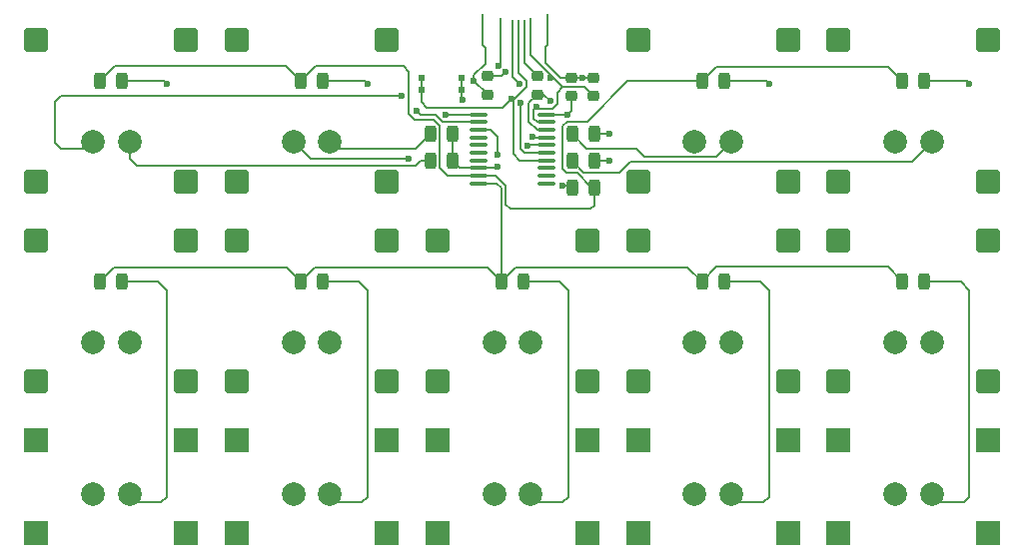
<source format=gbr>
%TF.GenerationSoftware,KiCad,Pcbnew,9.0.6*%
%TF.CreationDate,2025-12-18T00:43:41-05:00*%
%TF.ProjectId,secret-santa-2025,73656372-6574-42d7-9361-6e74612d3230,rev?*%
%TF.SameCoordinates,Original*%
%TF.FileFunction,Copper,L1,Top*%
%TF.FilePolarity,Positive*%
%FSLAX46Y46*%
G04 Gerber Fmt 4.6, Leading zero omitted, Abs format (unit mm)*
G04 Created by KiCad (PCBNEW 9.0.6) date 2025-12-18 00:43:41*
%MOMM*%
%LPD*%
G01*
G04 APERTURE LIST*
G04 Aperture macros list*
%AMRoundRect*
0 Rectangle with rounded corners*
0 $1 Rounding radius*
0 $2 $3 $4 $5 $6 $7 $8 $9 X,Y pos of 4 corners*
0 Add a 4 corners polygon primitive as box body*
4,1,4,$2,$3,$4,$5,$6,$7,$8,$9,$2,$3,0*
0 Add four circle primitives for the rounded corners*
1,1,$1+$1,$2,$3*
1,1,$1+$1,$4,$5*
1,1,$1+$1,$6,$7*
1,1,$1+$1,$8,$9*
0 Add four rect primitives between the rounded corners*
20,1,$1+$1,$2,$3,$4,$5,0*
20,1,$1+$1,$4,$5,$6,$7,0*
20,1,$1+$1,$6,$7,$8,$9,0*
20,1,$1+$1,$8,$9,$2,$3,0*%
G04 Aperture macros list end*
%TA.AperFunction,SMDPad,CuDef*%
%ADD10RoundRect,0.243750X-0.243750X-0.456250X0.243750X-0.456250X0.243750X0.456250X-0.243750X0.456250X0*%
%TD*%
%TA.AperFunction,CastellatedPad*%
%ADD11C,2.000000*%
%TD*%
%TA.AperFunction,SMDPad,CuDef*%
%ADD12R,2.000000X2.000000*%
%TD*%
%TA.AperFunction,SMDPad,CuDef*%
%ADD13RoundRect,0.243750X0.243750X0.456250X-0.243750X0.456250X-0.243750X-0.456250X0.243750X-0.456250X0*%
%TD*%
%TA.AperFunction,SMDPad,CuDef*%
%ADD14RoundRect,0.250000X-0.750000X-0.750000X0.750000X-0.750000X0.750000X0.750000X-0.750000X0.750000X0*%
%TD*%
%TA.AperFunction,SMDPad,CuDef*%
%ADD15R,0.250000X2.400000*%
%TD*%
%TA.AperFunction,SMDPad,CuDef*%
%ADD16R,0.250000X2.050000*%
%TD*%
%TA.AperFunction,SMDPad,CuDef*%
%ADD17R,0.250000X1.850000*%
%TD*%
%TA.AperFunction,SMDPad,CuDef*%
%ADD18RoundRect,0.225000X0.250000X-0.225000X0.250000X0.225000X-0.250000X0.225000X-0.250000X-0.225000X0*%
%TD*%
%TA.AperFunction,SMDPad,CuDef*%
%ADD19R,0.550000X0.500000*%
%TD*%
%TA.AperFunction,SMDPad,CuDef*%
%ADD20RoundRect,0.225000X-0.250000X0.225000X-0.250000X-0.225000X0.250000X-0.225000X0.250000X0.225000X0*%
%TD*%
%TA.AperFunction,SMDPad,CuDef*%
%ADD21RoundRect,0.100000X-0.637500X-0.100000X0.637500X-0.100000X0.637500X0.100000X-0.637500X0.100000X0*%
%TD*%
%TA.AperFunction,ViaPad*%
%ADD22C,0.600000*%
%TD*%
%TA.AperFunction,Conductor*%
%ADD23C,0.200000*%
%TD*%
G04 APERTURE END LIST*
D10*
%TO.P,D6,1,K*%
%TO.N,/RANG1*%
X79812500Y-61250000D03*
%TO.P,D6,2,A*%
%TO.N,Net-(D6-A)*%
X81687500Y-61250000D03*
%TD*%
D11*
%TO.P,SW13,1*%
%TO.N,/COL3*%
X113200000Y-96325000D03*
%TO.P,SW13,2*%
%TO.N,Net-(D13-A)*%
X116300000Y-96325000D03*
D12*
%TO.P,SW13,3*%
%TO.N,N/C*%
X108400000Y-91675000D03*
X108400000Y-99575000D03*
X121100000Y-91675000D03*
X121100000Y-99575000D03*
%TD*%
D11*
%TO.P,SW11,1*%
%TO.N,/COL1*%
X79200000Y-96325000D03*
%TO.P,SW11,2*%
%TO.N,Net-(D11-A)*%
X82300000Y-96325000D03*
D12*
%TO.P,SW11,3*%
%TO.N,N/C*%
X74400000Y-91675000D03*
X74400000Y-99575000D03*
X87100000Y-91675000D03*
X87100000Y-99575000D03*
%TD*%
D10*
%TO.P,D10,1,K*%
%TO.N,/RANG2*%
X62812500Y-78250000D03*
%TO.P,D10,2,A*%
%TO.N,Net-(D10-A)*%
X64687500Y-78250000D03*
%TD*%
D13*
%TO.P,D7,1,K*%
%TO.N,/RANG1*%
X104687501Y-70250000D03*
%TO.P,D7,2,A*%
%TO.N,Net-(D7-A)*%
X102812499Y-70250000D03*
%TD*%
D11*
%TO.P,SW2,1*%
%TO.N,/COL1*%
X79200000Y-66400000D03*
%TO.P,SW2,2*%
%TO.N,Net-(D2-A)*%
X82300000Y-66400000D03*
D14*
%TO.P,SW2,3*%
%TO.N,N/C*%
X74400000Y-57750000D03*
X74400000Y-69750000D03*
X87100000Y-57750000D03*
X87100000Y-69750000D03*
%TD*%
D11*
%TO.P,SW5,1*%
%TO.N,/COL0*%
X62200000Y-83400000D03*
%TO.P,SW5,2*%
%TO.N,Net-(D5-A)*%
X65300000Y-83400000D03*
D14*
%TO.P,SW5,3*%
%TO.N,N/C*%
X57400000Y-74750000D03*
X57400000Y-86750000D03*
X70100000Y-74750000D03*
X70100000Y-86750000D03*
%TD*%
D10*
%TO.P,D5,1,K*%
%TO.N,/RANG1*%
X62812500Y-61250000D03*
%TO.P,D5,2,A*%
%TO.N,Net-(D5-A)*%
X64687500Y-61250000D03*
%TD*%
D13*
%TO.P,D4,1,K*%
%TO.N,/RANG0*%
X104687501Y-68000000D03*
%TO.P,D4,2,A*%
%TO.N,Net-(D4-A)*%
X102812499Y-68000000D03*
%TD*%
D11*
%TO.P,SW4,1*%
%TO.N,/COL4*%
X130200000Y-66400000D03*
%TO.P,SW4,2*%
%TO.N,Net-(D4-A)*%
X133300000Y-66400000D03*
D14*
%TO.P,SW4,3*%
%TO.N,N/C*%
X125400000Y-57750000D03*
X125400000Y-69750000D03*
X138100000Y-57750000D03*
X138100000Y-69750000D03*
%TD*%
D15*
%TO.P,J1,A1,GND*%
%TO.N,Earth*%
X100750000Y-56720609D03*
D16*
%TO.P,J1,A4,VBUS*%
%TO.N,+5V*%
X99250000Y-56895609D03*
D17*
%TO.P,J1,A5,CC1*%
%TO.N,/CC1*%
X98750000Y-56995608D03*
%TO.P,J1,A6,DP1*%
%TO.N,/USB+*%
X98250000Y-56995609D03*
%TO.P,J1,A7,DN1*%
%TO.N,/USB-*%
X97750000Y-56995609D03*
D16*
%TO.P,J1,A9,VBUS*%
%TO.N,+5V*%
X96750000Y-56895609D03*
D15*
%TO.P,J1,A12,GND*%
%TO.N,Earth*%
X95250000Y-56720609D03*
%TD*%
D10*
%TO.P,D9,1,K*%
%TO.N,/RANG1*%
X130812500Y-61250000D03*
%TO.P,D9,2,A*%
%TO.N,Net-(D9-A)*%
X132687500Y-61250000D03*
%TD*%
D13*
%TO.P,D1,1,K*%
%TO.N,/RANG0*%
X92687501Y-68000000D03*
%TO.P,D1,2,A*%
%TO.N,Net-(D1-A)*%
X90812499Y-68000000D03*
%TD*%
D10*
%TO.P,D13,1,K*%
%TO.N,/RANG2*%
X113812500Y-78250000D03*
%TO.P,D13,2,A*%
%TO.N,Net-(D13-A)*%
X115687500Y-78250000D03*
%TD*%
D13*
%TO.P,D2,1,K*%
%TO.N,/RANG0*%
X92687501Y-65750000D03*
%TO.P,D2,2,A*%
%TO.N,Net-(D2-A)*%
X90812499Y-65750000D03*
%TD*%
D18*
%TO.P,C2,1*%
%TO.N,+3.3V*%
X102750000Y-62525000D03*
%TO.P,C2,2*%
%TO.N,Earth*%
X102750000Y-60975000D03*
%TD*%
D19*
%TO.P,RST1,1,1*%
%TO.N,/USB+*%
X90025000Y-61000000D03*
X90025000Y-62000000D03*
%TO.P,RST1,2,2*%
%TO.N,+3.3V*%
X93475000Y-61000000D03*
X93475000Y-62000000D03*
%TD*%
D13*
%TO.P,D3,1,K*%
%TO.N,/RANG0*%
X104687501Y-65750000D03*
%TO.P,D3,2,A*%
%TO.N,Net-(D3-A)*%
X102812499Y-65750000D03*
%TD*%
D20*
%TO.P,R2,1*%
%TO.N,/CC2*%
X95625000Y-60850000D03*
%TO.P,R2,2*%
%TO.N,Earth*%
X95625000Y-62400000D03*
%TD*%
D11*
%TO.P,SW10,1*%
%TO.N,/COL0*%
X62200000Y-96325000D03*
%TO.P,SW10,2*%
%TO.N,Net-(D10-A)*%
X65300000Y-96325000D03*
D12*
%TO.P,SW10,3*%
%TO.N,N/C*%
X57400000Y-91675000D03*
X57400000Y-99575000D03*
X70100000Y-91675000D03*
X70100000Y-99575000D03*
%TD*%
D10*
%TO.P,D14,1,K*%
%TO.N,/RANG2*%
X130812500Y-78250000D03*
%TO.P,D14,2,A*%
%TO.N,Net-(D14-A)*%
X132687500Y-78250000D03*
%TD*%
%TO.P,D8,1,K*%
%TO.N,/RANG1*%
X113812500Y-61250000D03*
%TO.P,D8,2,A*%
%TO.N,Net-(D8-A)*%
X115687500Y-61250000D03*
%TD*%
D20*
%TO.P,R1,1*%
%TO.N,/CC1*%
X99875000Y-60850000D03*
%TO.P,R1,2*%
%TO.N,Earth*%
X99875000Y-62400000D03*
%TD*%
D11*
%TO.P,SW1,1*%
%TO.N,/COL0*%
X62200000Y-66400000D03*
%TO.P,SW1,2*%
%TO.N,Net-(D1-A)*%
X65300000Y-66400000D03*
D14*
%TO.P,SW1,3*%
%TO.N,N/C*%
X57400000Y-57750000D03*
X57400000Y-69750000D03*
X70100000Y-57750000D03*
X70100000Y-69750000D03*
%TD*%
D10*
%TO.P,D11,1,K*%
%TO.N,/RANG2*%
X79812500Y-78250000D03*
%TO.P,D11,2,A*%
%TO.N,Net-(D11-A)*%
X81687500Y-78250000D03*
%TD*%
D11*
%TO.P,SW14,1*%
%TO.N,/COL4*%
X130200000Y-96325000D03*
%TO.P,SW14,2*%
%TO.N,Net-(D14-A)*%
X133300000Y-96325000D03*
D12*
%TO.P,SW14,3*%
%TO.N,N/C*%
X125400000Y-91675000D03*
X125400000Y-99575000D03*
X138100000Y-91675000D03*
X138100000Y-99575000D03*
%TD*%
D10*
%TO.P,D12,1,K*%
%TO.N,/RANG2*%
X96812500Y-78250000D03*
%TO.P,D12,2,A*%
%TO.N,Net-(D12-A)*%
X98687500Y-78250000D03*
%TD*%
D11*
%TO.P,SW6,1*%
%TO.N,/COL1*%
X79200000Y-83400000D03*
%TO.P,SW6,2*%
%TO.N,Net-(D6-A)*%
X82300000Y-83400000D03*
D14*
%TO.P,SW6,3*%
%TO.N,N/C*%
X74400000Y-74750000D03*
X74400000Y-86750000D03*
X87100000Y-74750000D03*
X87100000Y-86750000D03*
%TD*%
D11*
%TO.P,SW9,1*%
%TO.N,/COL4*%
X130200000Y-83400000D03*
%TO.P,SW9,2*%
%TO.N,Net-(D9-A)*%
X133300000Y-83400000D03*
D14*
%TO.P,SW9,3*%
%TO.N,N/C*%
X125400000Y-74750000D03*
X125400000Y-86750000D03*
X138100000Y-74750000D03*
X138100000Y-86750000D03*
%TD*%
D11*
%TO.P,SW7,1*%
%TO.N,/COL2*%
X96200000Y-83400000D03*
%TO.P,SW7,2*%
%TO.N,Net-(D7-A)*%
X99300000Y-83400000D03*
D14*
%TO.P,SW7,3*%
%TO.N,N/C*%
X91400000Y-74750000D03*
X91400000Y-86750000D03*
X104100000Y-74750000D03*
X104100000Y-86750000D03*
%TD*%
D11*
%TO.P,SW3,1*%
%TO.N,/COL3*%
X113200000Y-66400000D03*
%TO.P,SW3,2*%
%TO.N,Net-(D3-A)*%
X116300000Y-66400000D03*
D14*
%TO.P,SW3,3*%
%TO.N,N/C*%
X108400000Y-57750000D03*
X108400000Y-69750000D03*
X121100000Y-57750000D03*
X121100000Y-69750000D03*
%TD*%
D18*
%TO.P,C1,1*%
%TO.N,+5V*%
X104625000Y-62525000D03*
%TO.P,C1,2*%
%TO.N,Earth*%
X104625000Y-60975000D03*
%TD*%
D21*
%TO.P,U1,1,P3.2*%
%TO.N,/COL0*%
X94887500Y-64075000D03*
%TO.P,U1,2,P1.4*%
%TO.N,/COL1*%
X94887500Y-64725000D03*
%TO.P,U1,3,P1.5*%
%TO.N,/COL2*%
X94887500Y-65375000D03*
%TO.P,U1,4,P1.6*%
%TO.N,unconnected-(U1-P1.6-Pad4)*%
X94887500Y-66025000D03*
%TO.P,U1,5,P1.7*%
%TO.N,unconnected-(U1-P1.7-Pad5)*%
X94887500Y-66675000D03*
%TO.P,U1,6,RST*%
%TO.N,unconnected-(U1-RST-Pad6)*%
X94887500Y-67325000D03*
%TO.P,U1,7,P1.0*%
%TO.N,unconnected-(U1-P1.0-Pad7)*%
X94887500Y-67975000D03*
%TO.P,U1,8,P1.1*%
%TO.N,/RANG0*%
X94887500Y-68625000D03*
%TO.P,U1,9,P3.1*%
%TO.N,/RANG1*%
X94887500Y-69275000D03*
%TO.P,U1,10,P3.0*%
%TO.N,/RANG2*%
X94887500Y-69925000D03*
%TO.P,U1,11,P3.3*%
%TO.N,unconnected-(U1-P3.3-Pad11)*%
X100612500Y-69925000D03*
%TO.P,U1,12,P3.4*%
%TO.N,unconnected-(U1-P3.4-Pad12)*%
X100612500Y-69275000D03*
%TO.P,U1,13,P3.5*%
%TO.N,unconnected-(U1-P3.5-Pad13)*%
X100612500Y-68625000D03*
%TO.P,U1,14,P3.6/D+*%
%TO.N,/USB+*%
X100612500Y-67975000D03*
%TO.P,U1,15,P3.7/D-*%
%TO.N,/USB-*%
X100612500Y-67325000D03*
%TO.P,U1,16,P1.3*%
%TO.N,/COL3*%
X100612500Y-66675000D03*
%TO.P,U1,17,P1.2*%
%TO.N,/COL4*%
X100612500Y-66025000D03*
%TO.P,U1,18,GND*%
%TO.N,Earth*%
X100612500Y-65375000D03*
%TO.P,U1,19,VCC*%
%TO.N,+5V*%
X100612500Y-64725000D03*
%TO.P,U1,20,V33*%
%TO.N,+3.3V*%
X100612500Y-64075000D03*
%TD*%
D11*
%TO.P,SW8,1*%
%TO.N,/COL3*%
X113200000Y-83400000D03*
%TO.P,SW8,2*%
%TO.N,Net-(D8-A)*%
X116300000Y-83400000D03*
D14*
%TO.P,SW8,3*%
%TO.N,N/C*%
X108400000Y-74750000D03*
X108400000Y-86750000D03*
X121100000Y-74750000D03*
X121100000Y-86750000D03*
%TD*%
D11*
%TO.P,SW12,1*%
%TO.N,/COL2*%
X96200000Y-96325000D03*
%TO.P,SW12,2*%
%TO.N,Net-(D12-A)*%
X99300000Y-96325000D03*
D12*
%TO.P,SW12,3*%
%TO.N,N/C*%
X91400000Y-91675000D03*
X91400000Y-99575000D03*
X104100000Y-91675000D03*
X104100000Y-99575000D03*
%TD*%
D22*
%TO.N,+5V*%
X96555329Y-59964864D03*
X99763447Y-63411513D03*
X100945075Y-60976395D03*
%TO.N,Earth*%
X100941778Y-62951778D03*
X103710000Y-60975000D03*
X94500000Y-61190000D03*
%TO.N,+3.3V*%
X102425000Y-64075000D03*
X93500000Y-62800000D03*
%TO.N,/RANG0*%
X106000000Y-68000000D03*
X106000000Y-65750000D03*
X96500000Y-68500000D03*
%TO.N,Net-(D5-A)*%
X68500000Y-61500000D03*
%TO.N,Net-(D6-A)*%
X85500000Y-61500000D03*
%TO.N,Net-(D7-A)*%
X102000000Y-70125000D03*
%TO.N,Net-(D8-A)*%
X119500000Y-61500000D03*
%TO.N,Net-(D9-A)*%
X136500000Y-61500000D03*
%TO.N,/USB+*%
X97650000Y-62750000D03*
%TO.N,/USB-*%
X98350000Y-61500000D03*
X98443613Y-63104858D03*
%TO.N,/CC2*%
X97150000Y-60500000D03*
%TO.N,/COL0*%
X92066272Y-64111000D03*
X88400000Y-62500000D03*
%TO.N,/COL1*%
X89000000Y-67849000D03*
X89624265Y-63775735D03*
%TO.N,/COL3*%
X99043613Y-66716429D03*
%TO.N,/COL4*%
X99500000Y-66001003D03*
%TO.N,/COL2*%
X96500000Y-67500000D03*
%TD*%
D23*
%TO.N,+5V*%
X102024110Y-61774000D02*
X103874000Y-61774000D01*
X102024110Y-61774000D02*
X101226505Y-60976395D01*
X103874000Y-61774000D02*
X104625000Y-62525000D01*
X100625055Y-60374945D02*
X100624945Y-60374945D01*
X101542778Y-62255332D02*
X102024110Y-61774000D01*
X99763447Y-63411513D02*
X99925934Y-63574000D01*
X101542778Y-63200721D02*
X101542778Y-62255332D01*
X96555329Y-59964864D02*
X96750000Y-59770193D01*
X101169499Y-63574000D02*
X101542778Y-63200721D01*
X99875001Y-64725000D02*
X100612500Y-64725000D01*
X99574000Y-64423999D02*
X99875001Y-64725000D01*
X100624945Y-60374945D02*
X99250000Y-59000000D01*
X100945075Y-60976395D02*
X100945075Y-60694965D01*
X99574000Y-63600960D02*
X99574000Y-64423999D01*
X99925934Y-63574000D02*
X101169499Y-63574000D01*
X99763447Y-63411513D02*
X99574000Y-63600960D01*
X96750000Y-59770193D02*
X96750000Y-57801609D01*
X100945075Y-60694965D02*
X100625055Y-60374945D01*
X99250000Y-57801609D02*
X99250000Y-59000000D01*
X101226505Y-60976395D02*
X100945075Y-60976395D01*
%TO.N,Earth*%
X100612500Y-65375000D02*
X99875001Y-65375000D01*
X95625000Y-62400000D02*
X95625000Y-62315000D01*
X95250000Y-58150000D02*
X95250000Y-57801609D01*
X95500000Y-59750000D02*
X95500000Y-58400000D01*
X94500000Y-61190000D02*
X94500000Y-60750000D01*
X104625000Y-60975000D02*
X102750000Y-60975000D01*
X99875000Y-62400000D02*
X100390000Y-62400000D01*
X99162447Y-63112553D02*
X99875000Y-62400000D01*
X99162447Y-64662446D02*
X99162447Y-63112553D01*
X100557343Y-58362657D02*
X100750000Y-58170000D01*
X100390000Y-62400000D02*
X100941778Y-62951778D01*
X99875001Y-65375000D02*
X99162447Y-64662446D01*
X95625000Y-62315000D02*
X94500000Y-61190000D01*
X101792210Y-60975000D02*
X100557343Y-59740133D01*
X100557343Y-59740133D02*
X100557343Y-58362657D01*
X102750000Y-60975000D02*
X101792210Y-60975000D01*
X100750000Y-58170000D02*
X100750000Y-57801609D01*
X94500000Y-60750000D02*
X95500000Y-59750000D01*
X95500000Y-58400000D02*
X95250000Y-58150000D01*
%TO.N,+3.3V*%
X93475000Y-62775000D02*
X93475000Y-62000000D01*
X93475000Y-61000000D02*
X93475000Y-62000000D01*
X102425000Y-64075000D02*
X102750000Y-63750000D01*
X102750000Y-63750000D02*
X102750000Y-62525000D01*
X93500000Y-62800000D02*
X93475000Y-62775000D01*
X100612500Y-64075000D02*
X102425000Y-64075000D01*
%TO.N,/RANG0*%
X92687501Y-68000000D02*
X93312501Y-68625000D01*
X104687501Y-65750000D02*
X106000000Y-65750000D01*
X94887500Y-68625000D02*
X96375000Y-68625000D01*
X92687501Y-68000000D02*
X92687501Y-65750000D01*
X96375000Y-68625000D02*
X96500000Y-68500000D01*
X93312501Y-68625000D02*
X94887500Y-68625000D01*
X104687501Y-68000000D02*
X106000000Y-68000000D01*
%TO.N,Net-(D1-A)*%
X65300000Y-67800000D02*
X65949000Y-68449000D01*
X90000000Y-68000000D02*
X90812499Y-68000000D01*
X89551000Y-68449000D02*
X90000000Y-68000000D01*
X65300000Y-66400000D02*
X65300000Y-67800000D01*
X65949000Y-68449000D02*
X89551000Y-68449000D01*
%TO.N,Net-(D2-A)*%
X82300000Y-66400000D02*
X82400000Y-66400000D01*
X83000000Y-67000000D02*
X89562499Y-67000000D01*
X82900000Y-67000000D02*
X83000000Y-67000000D01*
X82400000Y-66400000D02*
X83000000Y-67000000D01*
X89562499Y-67000000D02*
X90812499Y-65750000D01*
X82300000Y-66400000D02*
X82900000Y-67000000D01*
%TO.N,Net-(D3-A)*%
X102812499Y-65750000D02*
X104062499Y-67000000D01*
X108246504Y-67000000D02*
X108947504Y-67701000D01*
X114999000Y-67701000D02*
X116300000Y-66400000D01*
X104062499Y-67000000D02*
X108246504Y-67000000D01*
X108947504Y-67701000D02*
X114999000Y-67701000D01*
%TO.N,Net-(D4-A)*%
X102812499Y-68000000D02*
X103813499Y-69001000D01*
X103813499Y-69001000D02*
X106862840Y-69001000D01*
X107761840Y-68102000D02*
X131598000Y-68102000D01*
X131598000Y-68102000D02*
X133300000Y-66400000D01*
X106862840Y-69001000D02*
X107761840Y-68102000D01*
%TO.N,/RANG1*%
X91600999Y-68600999D02*
X91600999Y-65061354D01*
X78562500Y-60000000D02*
X64062500Y-60000000D01*
X103246399Y-69001000D02*
X102336353Y-69001000D01*
X64062500Y-60000000D02*
X62812500Y-61250000D01*
X81062500Y-60000000D02*
X79812500Y-61250000D01*
X89000000Y-60500000D02*
X88500000Y-60000000D01*
X102023999Y-65061354D02*
X102409353Y-64676000D01*
X129611500Y-60049000D02*
X115013500Y-60049000D01*
X91600999Y-65061354D02*
X91039645Y-64500000D01*
X96342100Y-69275000D02*
X97213500Y-70146400D01*
X92275000Y-69275000D02*
X91600999Y-68600999D01*
X94887500Y-69275000D02*
X92275000Y-69275000D01*
X91039645Y-64500000D02*
X89500000Y-64500000D01*
X130812500Y-61250000D02*
X129611500Y-60049000D01*
X104687501Y-70250000D02*
X104495399Y-70250000D01*
X102409353Y-64676000D02*
X104074000Y-64676000D01*
X97213500Y-70146400D02*
X97213500Y-71713500D01*
X79812500Y-61250000D02*
X78562500Y-60000000D01*
X89000000Y-64000000D02*
X89000000Y-60500000D01*
X113812500Y-61250000D02*
X107500000Y-61250000D01*
X104399000Y-72101000D02*
X104687501Y-71812499D01*
X102336353Y-69001000D02*
X102023999Y-68688646D01*
X102023999Y-68688646D02*
X102023999Y-65061354D01*
X104495399Y-70250000D02*
X103246399Y-69001000D01*
X94887500Y-69275000D02*
X96342100Y-69275000D01*
X97601000Y-72101000D02*
X104399000Y-72101000D01*
X89500000Y-64500000D02*
X89000000Y-64000000D01*
X104074000Y-64676000D02*
X107500000Y-61250000D01*
X115013500Y-60049000D02*
X113812500Y-61250000D01*
X97213500Y-71713500D02*
X97601000Y-72101000D01*
X104687501Y-71812499D02*
X104687501Y-70250000D01*
X88500000Y-60000000D02*
X81062500Y-60000000D01*
%TO.N,Net-(D5-A)*%
X64687500Y-61250000D02*
X68250000Y-61250000D01*
X68250000Y-61250000D02*
X68500000Y-61500000D01*
%TO.N,Net-(D6-A)*%
X81687500Y-61250000D02*
X85250000Y-61250000D01*
X85250000Y-61250000D02*
X85500000Y-61500000D01*
%TO.N,Net-(D7-A)*%
X102687499Y-70125000D02*
X102812499Y-70250000D01*
X102000000Y-70125000D02*
X102687499Y-70125000D01*
%TO.N,Net-(D8-A)*%
X115687500Y-61250000D02*
X119250000Y-61250000D01*
X119250000Y-61250000D02*
X119500000Y-61500000D01*
%TO.N,Net-(D9-A)*%
X132687500Y-61250000D02*
X136250000Y-61250000D01*
X136250000Y-61250000D02*
X136500000Y-61500000D01*
%TO.N,Net-(D10-A)*%
X68500000Y-79000000D02*
X68500000Y-96500000D01*
X68000000Y-97000000D02*
X65975000Y-97000000D01*
X65975000Y-97000000D02*
X65300000Y-96325000D01*
X67750000Y-78250000D02*
X68500000Y-79000000D01*
X68500000Y-96500000D02*
X68000000Y-97000000D01*
X64687500Y-78250000D02*
X67750000Y-78250000D01*
%TO.N,/RANG2*%
X112611500Y-77049000D02*
X113812500Y-78250000D01*
X129562500Y-77000000D02*
X130812500Y-78250000D01*
X115062500Y-77000000D02*
X129562500Y-77000000D01*
X96812500Y-78250000D02*
X98013500Y-77049000D01*
X96425000Y-69925000D02*
X94887500Y-69925000D01*
X79812500Y-78250000D02*
X81013500Y-77049000D01*
X95611500Y-77049000D02*
X96812500Y-78250000D01*
X62812500Y-78250000D02*
X64013500Y-77049000D01*
X113812500Y-78250000D02*
X115062500Y-77000000D01*
X98013500Y-77049000D02*
X112611500Y-77049000D01*
X81013500Y-77049000D02*
X95611500Y-77049000D01*
X78611500Y-77049000D02*
X79812500Y-78250000D01*
X64013500Y-77049000D02*
X78611500Y-77049000D01*
X96812500Y-70312500D02*
X96425000Y-69925000D01*
X96812500Y-78250000D02*
X96812500Y-70312500D01*
%TO.N,Net-(D11-A)*%
X81687500Y-78250000D02*
X84750000Y-78250000D01*
X85000000Y-97000000D02*
X82975000Y-97000000D01*
X85500000Y-79000000D02*
X85500000Y-96500000D01*
X82975000Y-97000000D02*
X82300000Y-96325000D01*
X85500000Y-96500000D02*
X85000000Y-97000000D01*
X84750000Y-78250000D02*
X85500000Y-79000000D01*
%TO.N,Net-(D12-A)*%
X101750000Y-78250000D02*
X102500000Y-79000000D01*
X99975000Y-97000000D02*
X99300000Y-96325000D01*
X98687500Y-78250000D02*
X101750000Y-78250000D01*
X102500000Y-79000000D02*
X102500000Y-96500000D01*
X102500000Y-96500000D02*
X102000000Y-97000000D01*
X102000000Y-97000000D02*
X99975000Y-97000000D01*
%TO.N,Net-(D13-A)*%
X119000000Y-97000000D02*
X116975000Y-97000000D01*
X116975000Y-97000000D02*
X116300000Y-96325000D01*
X115687500Y-78250000D02*
X118750000Y-78250000D01*
X118750000Y-78250000D02*
X119500000Y-79000000D01*
X119500000Y-79000000D02*
X119500000Y-96500000D01*
X119500000Y-96500000D02*
X119000000Y-97000000D01*
%TO.N,Net-(D14-A)*%
X136500000Y-79000000D02*
X136500000Y-96500000D01*
X136500000Y-96500000D02*
X136000000Y-97000000D01*
X132687500Y-78250000D02*
X135750000Y-78250000D01*
X135750000Y-78250000D02*
X136500000Y-79000000D01*
X133975000Y-97000000D02*
X133300000Y-96325000D01*
X136000000Y-97000000D02*
X133975000Y-97000000D01*
%TO.N,/USB+*%
X97650000Y-62750000D02*
X96889000Y-63511000D01*
X90025000Y-61000000D02*
X90025000Y-62000000D01*
X98951000Y-61748943D02*
X97841343Y-62858599D01*
X98381185Y-67975000D02*
X97841343Y-67435158D01*
X97841343Y-67435158D02*
X97841343Y-62941343D01*
X90511000Y-63511000D02*
X90025000Y-63025000D01*
X100612500Y-67975000D02*
X98381185Y-67975000D01*
X96889000Y-63511000D02*
X90511000Y-63511000D01*
X97841343Y-62941343D02*
X97650000Y-62750000D01*
X98250000Y-60550057D02*
X98951000Y-61251057D01*
X98250000Y-57801609D02*
X98250000Y-60550057D01*
X90025000Y-63025000D02*
X90025000Y-62000000D01*
X98951000Y-61251057D02*
X98951000Y-61748943D01*
%TO.N,/CC1*%
X98750000Y-59725000D02*
X98750000Y-57801609D01*
X99875000Y-60850000D02*
X98750000Y-59725000D01*
%TO.N,/USB-*%
X98443613Y-63104858D02*
X98443613Y-67000000D01*
X100612500Y-67325000D02*
X98768613Y-67325000D01*
X98768613Y-67325000D02*
X98443613Y-67000000D01*
X97750000Y-57801609D02*
X97750000Y-60900000D01*
X97750000Y-60900000D02*
X98350000Y-61500000D01*
%TO.N,/CC2*%
X95625000Y-60850000D02*
X96800000Y-60850000D01*
X96800000Y-60850000D02*
X97150000Y-60500000D01*
%TO.N,/COL0*%
X59500000Y-67000000D02*
X61600000Y-67000000D01*
X92102272Y-64075000D02*
X92066272Y-64111000D01*
X59000000Y-66500000D02*
X59500000Y-67000000D01*
X88400000Y-62500000D02*
X59500000Y-62500000D01*
X61600000Y-67000000D02*
X62200000Y-66400000D01*
X59500000Y-62500000D02*
X59000000Y-63000000D01*
X59000000Y-63000000D02*
X59000000Y-66500000D01*
X94887500Y-64075000D02*
X92102272Y-64075000D01*
%TO.N,/COL1*%
X94887500Y-64725000D02*
X91831745Y-64725000D01*
X91205745Y-64099000D02*
X89947530Y-64099000D01*
X91831745Y-64725000D02*
X91205745Y-64099000D01*
X89947530Y-64099000D02*
X89624265Y-63775735D01*
X80649000Y-67849000D02*
X89000000Y-67849000D01*
X79200000Y-66400000D02*
X80649000Y-67849000D01*
%TO.N,/COL3*%
X99085042Y-66675000D02*
X99043613Y-66716429D01*
X100612500Y-66675000D02*
X99085042Y-66675000D01*
%TO.N,/COL4*%
X99523997Y-66025000D02*
X99500000Y-66001003D01*
X100612500Y-66025000D02*
X99523997Y-66025000D01*
%TO.N,/COL2*%
X95875000Y-65375000D02*
X94887500Y-65375000D01*
X96500000Y-66000000D02*
X95875000Y-65375000D01*
X96500000Y-67500000D02*
X96500000Y-66000000D01*
%TD*%
M02*

</source>
